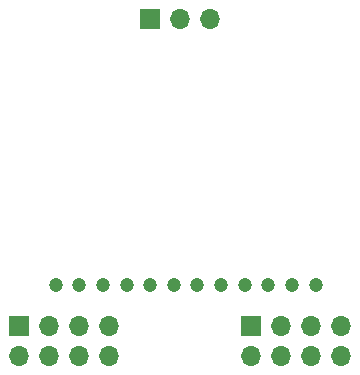
<source format=gbs>
G04 #@! TF.GenerationSoftware,KiCad,Pcbnew,7.0.1*
G04 #@! TF.CreationDate,2023-07-28T03:37:33-04:00*
G04 #@! TF.ProjectId,cdm324_v2,63646d33-3234-45f7-9632-2e6b69636164,rev?*
G04 #@! TF.SameCoordinates,Original*
G04 #@! TF.FileFunction,Soldermask,Bot*
G04 #@! TF.FilePolarity,Negative*
%FSLAX46Y46*%
G04 Gerber Fmt 4.6, Leading zero omitted, Abs format (unit mm)*
G04 Created by KiCad (PCBNEW 7.0.1) date 2023-07-28 03:37:33*
%MOMM*%
%LPD*%
G01*
G04 APERTURE LIST*
%ADD10R,1.700000X1.700000*%
%ADD11O,1.700000X1.700000*%
%ADD12C,1.200000*%
G04 APERTURE END LIST*
D10*
X105557500Y-75987500D03*
D11*
X105557500Y-78527500D03*
X108097500Y-75987500D03*
X108097500Y-78527500D03*
X110637500Y-75987500D03*
X110637500Y-78527500D03*
X113177500Y-75987500D03*
X113177500Y-78527500D03*
D12*
X89000000Y-72500000D03*
X91000000Y-72500000D03*
X93000000Y-72500000D03*
X95000000Y-72500000D03*
X97000000Y-72500000D03*
X99000000Y-72500000D03*
X101000000Y-72500000D03*
X103000000Y-72500000D03*
X105000000Y-72500000D03*
X107000000Y-72500000D03*
X109000000Y-72500000D03*
X111000000Y-72500000D03*
D10*
X85857500Y-75987500D03*
D11*
X85857500Y-78527500D03*
X88397500Y-75987500D03*
X88397500Y-78527500D03*
X90937500Y-75987500D03*
X90937500Y-78527500D03*
X93477500Y-75987500D03*
X93477500Y-78527500D03*
D10*
X96960000Y-50000000D03*
D11*
X99500000Y-50000000D03*
X102040000Y-50000000D03*
M02*

</source>
